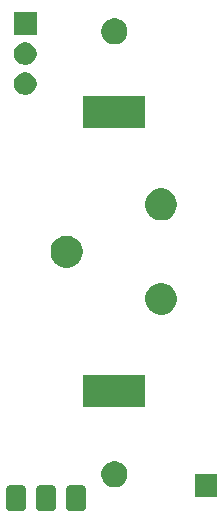
<source format=gbr>
G04 #@! TF.GenerationSoftware,KiCad,Pcbnew,(5.1.5)-3*
G04 #@! TF.CreationDate,2020-01-09T06:37:15+01:00*
G04 #@! TF.ProjectId,LoraTrigger,4c6f7261-5472-4696-9767-65722e6b6963,rev?*
G04 #@! TF.SameCoordinates,Original*
G04 #@! TF.FileFunction,Soldermask,Bot*
G04 #@! TF.FilePolarity,Negative*
%FSLAX46Y46*%
G04 Gerber Fmt 4.6, Leading zero omitted, Abs format (unit mm)*
G04 Created by KiCad (PCBNEW (5.1.5)-3) date 2020-01-09 06:37:15*
%MOMM*%
%LPD*%
G04 APERTURE LIST*
%ADD10C,0.100000*%
G04 APERTURE END LIST*
D10*
G36*
X103177988Y-80459923D02*
G01*
X103252980Y-80482671D01*
X103322093Y-80519614D01*
X103382671Y-80569329D01*
X103432386Y-80629907D01*
X103469329Y-80699020D01*
X103492077Y-80774012D01*
X103500000Y-80854454D01*
X103500000Y-82249546D01*
X103492077Y-82329988D01*
X103469329Y-82404980D01*
X103432386Y-82474093D01*
X103382671Y-82534671D01*
X103322093Y-82584386D01*
X103252980Y-82621329D01*
X103177988Y-82644077D01*
X103097546Y-82652000D01*
X102202454Y-82652000D01*
X102122012Y-82644077D01*
X102047020Y-82621329D01*
X101977907Y-82584386D01*
X101917329Y-82534671D01*
X101867614Y-82474093D01*
X101830671Y-82404980D01*
X101807923Y-82329988D01*
X101800000Y-82249546D01*
X101800000Y-80854454D01*
X101807923Y-80774012D01*
X101830671Y-80699020D01*
X101867614Y-80629907D01*
X101917329Y-80569329D01*
X101977907Y-80519614D01*
X102047020Y-80482671D01*
X102122012Y-80459923D01*
X102202454Y-80452000D01*
X103097546Y-80452000D01*
X103177988Y-80459923D01*
G37*
G36*
X100637988Y-80459923D02*
G01*
X100712980Y-80482671D01*
X100782093Y-80519614D01*
X100842671Y-80569329D01*
X100892386Y-80629907D01*
X100929329Y-80699020D01*
X100952077Y-80774012D01*
X100960000Y-80854454D01*
X100960000Y-82249546D01*
X100952077Y-82329988D01*
X100929329Y-82404980D01*
X100892386Y-82474093D01*
X100842671Y-82534671D01*
X100782093Y-82584386D01*
X100712980Y-82621329D01*
X100637988Y-82644077D01*
X100557546Y-82652000D01*
X99662454Y-82652000D01*
X99582012Y-82644077D01*
X99507020Y-82621329D01*
X99437907Y-82584386D01*
X99377329Y-82534671D01*
X99327614Y-82474093D01*
X99290671Y-82404980D01*
X99267923Y-82329988D01*
X99260000Y-82249546D01*
X99260000Y-80854454D01*
X99267923Y-80774012D01*
X99290671Y-80699020D01*
X99327614Y-80629907D01*
X99377329Y-80569329D01*
X99437907Y-80519614D01*
X99507020Y-80482671D01*
X99582012Y-80459923D01*
X99662454Y-80452000D01*
X100557546Y-80452000D01*
X100637988Y-80459923D01*
G37*
G36*
X105717988Y-80459923D02*
G01*
X105792980Y-80482671D01*
X105862093Y-80519614D01*
X105922671Y-80569329D01*
X105972386Y-80629907D01*
X106009329Y-80699020D01*
X106032077Y-80774012D01*
X106040000Y-80854454D01*
X106040000Y-82249546D01*
X106032077Y-82329988D01*
X106009329Y-82404980D01*
X105972386Y-82474093D01*
X105922671Y-82534671D01*
X105862093Y-82584386D01*
X105792980Y-82621329D01*
X105717988Y-82644077D01*
X105637546Y-82652000D01*
X104742454Y-82652000D01*
X104662012Y-82644077D01*
X104587020Y-82621329D01*
X104517907Y-82584386D01*
X104457329Y-82534671D01*
X104407614Y-82474093D01*
X104370671Y-82404980D01*
X104347923Y-82329988D01*
X104340000Y-82249546D01*
X104340000Y-80854454D01*
X104347923Y-80774012D01*
X104370671Y-80699020D01*
X104407614Y-80629907D01*
X104457329Y-80569329D01*
X104517907Y-80519614D01*
X104587020Y-80482671D01*
X104662012Y-80459923D01*
X104742454Y-80452000D01*
X105637546Y-80452000D01*
X105717988Y-80459923D01*
G37*
G36*
X117155000Y-81468000D02*
G01*
X115255000Y-81468000D01*
X115255000Y-79568000D01*
X117155000Y-79568000D01*
X117155000Y-81468000D01*
G37*
G36*
X108770856Y-78492272D02*
G01*
X108971044Y-78575192D01*
X108971045Y-78575193D01*
X109151209Y-78695575D01*
X109304425Y-78848791D01*
X109304426Y-78848793D01*
X109424808Y-79028956D01*
X109507728Y-79229144D01*
X109550000Y-79441658D01*
X109550000Y-79658342D01*
X109507728Y-79870856D01*
X109424808Y-80071044D01*
X109424807Y-80071045D01*
X109304425Y-80251209D01*
X109151209Y-80404425D01*
X109080008Y-80452000D01*
X108971044Y-80524808D01*
X108770856Y-80607728D01*
X108558342Y-80650000D01*
X108341658Y-80650000D01*
X108129144Y-80607728D01*
X107928956Y-80524808D01*
X107819992Y-80452000D01*
X107748791Y-80404425D01*
X107595575Y-80251209D01*
X107475193Y-80071045D01*
X107475192Y-80071044D01*
X107392272Y-79870856D01*
X107350000Y-79658342D01*
X107350000Y-79441658D01*
X107392272Y-79229144D01*
X107475192Y-79028956D01*
X107595574Y-78848793D01*
X107595575Y-78848791D01*
X107748791Y-78695575D01*
X107928955Y-78575193D01*
X107928956Y-78575192D01*
X108129144Y-78492272D01*
X108341658Y-78450000D01*
X108558342Y-78450000D01*
X108770856Y-78492272D01*
G37*
G36*
X111050000Y-73850000D02*
G01*
X105750000Y-73850000D01*
X105750000Y-71150000D01*
X111050000Y-71150000D01*
X111050000Y-73850000D01*
G37*
G36*
X112793779Y-63401879D02*
G01*
X113039463Y-63503645D01*
X113039465Y-63503646D01*
X113260575Y-63651387D01*
X113448613Y-63839425D01*
X113448614Y-63839427D01*
X113596355Y-64060537D01*
X113698121Y-64306221D01*
X113750000Y-64567035D01*
X113750000Y-64832965D01*
X113698121Y-65093779D01*
X113596355Y-65339463D01*
X113596354Y-65339465D01*
X113448613Y-65560575D01*
X113260575Y-65748613D01*
X113039465Y-65896354D01*
X113039464Y-65896355D01*
X113039463Y-65896355D01*
X112793779Y-65998121D01*
X112532965Y-66050000D01*
X112267035Y-66050000D01*
X112006221Y-65998121D01*
X111760537Y-65896355D01*
X111760536Y-65896355D01*
X111760535Y-65896354D01*
X111539425Y-65748613D01*
X111351387Y-65560575D01*
X111203646Y-65339465D01*
X111203645Y-65339463D01*
X111101879Y-65093779D01*
X111050000Y-64832965D01*
X111050000Y-64567035D01*
X111101879Y-64306221D01*
X111203645Y-64060537D01*
X111351386Y-63839427D01*
X111351387Y-63839425D01*
X111539425Y-63651387D01*
X111760535Y-63503646D01*
X111760537Y-63503645D01*
X112006221Y-63401879D01*
X112267035Y-63350000D01*
X112532965Y-63350000D01*
X112793779Y-63401879D01*
G37*
G36*
X104793779Y-59401879D02*
G01*
X105039463Y-59503645D01*
X105039465Y-59503646D01*
X105260575Y-59651387D01*
X105448613Y-59839425D01*
X105448614Y-59839427D01*
X105596355Y-60060537D01*
X105698121Y-60306221D01*
X105750000Y-60567035D01*
X105750000Y-60832965D01*
X105698121Y-61093779D01*
X105596355Y-61339463D01*
X105596354Y-61339465D01*
X105448613Y-61560575D01*
X105260575Y-61748613D01*
X105039465Y-61896354D01*
X105039464Y-61896355D01*
X105039463Y-61896355D01*
X104793779Y-61998121D01*
X104532965Y-62050000D01*
X104267035Y-62050000D01*
X104006221Y-61998121D01*
X103760537Y-61896355D01*
X103760536Y-61896355D01*
X103760535Y-61896354D01*
X103539425Y-61748613D01*
X103351387Y-61560575D01*
X103203646Y-61339465D01*
X103203645Y-61339463D01*
X103101879Y-61093779D01*
X103050000Y-60832965D01*
X103050000Y-60567035D01*
X103101879Y-60306221D01*
X103203645Y-60060537D01*
X103351386Y-59839427D01*
X103351387Y-59839425D01*
X103539425Y-59651387D01*
X103760535Y-59503646D01*
X103760537Y-59503645D01*
X104006221Y-59401879D01*
X104267035Y-59350000D01*
X104532965Y-59350000D01*
X104793779Y-59401879D01*
G37*
G36*
X112793779Y-55401879D02*
G01*
X113039463Y-55503645D01*
X113039465Y-55503646D01*
X113260575Y-55651387D01*
X113448613Y-55839425D01*
X113448614Y-55839427D01*
X113596355Y-56060537D01*
X113698121Y-56306221D01*
X113750000Y-56567035D01*
X113750000Y-56832965D01*
X113698121Y-57093779D01*
X113596355Y-57339463D01*
X113596354Y-57339465D01*
X113448613Y-57560575D01*
X113260575Y-57748613D01*
X113039465Y-57896354D01*
X113039464Y-57896355D01*
X113039463Y-57896355D01*
X112793779Y-57998121D01*
X112532965Y-58050000D01*
X112267035Y-58050000D01*
X112006221Y-57998121D01*
X111760537Y-57896355D01*
X111760536Y-57896355D01*
X111760535Y-57896354D01*
X111539425Y-57748613D01*
X111351387Y-57560575D01*
X111203646Y-57339465D01*
X111203645Y-57339463D01*
X111101879Y-57093779D01*
X111050000Y-56832965D01*
X111050000Y-56567035D01*
X111101879Y-56306221D01*
X111203645Y-56060537D01*
X111351386Y-55839427D01*
X111351387Y-55839425D01*
X111539425Y-55651387D01*
X111760535Y-55503646D01*
X111760537Y-55503645D01*
X112006221Y-55401879D01*
X112267035Y-55350000D01*
X112532965Y-55350000D01*
X112793779Y-55401879D01*
G37*
G36*
X111050000Y-50250000D02*
G01*
X105750000Y-50250000D01*
X105750000Y-47550000D01*
X111050000Y-47550000D01*
X111050000Y-50250000D01*
G37*
G36*
X101177103Y-45566507D02*
G01*
X101177106Y-45566508D01*
X101177105Y-45566508D01*
X101349994Y-45638121D01*
X101505590Y-45742087D01*
X101637913Y-45874410D01*
X101637914Y-45874412D01*
X101741880Y-46030008D01*
X101813493Y-46202897D01*
X101850000Y-46386432D01*
X101850000Y-46573568D01*
X101813493Y-46757103D01*
X101813492Y-46757105D01*
X101741879Y-46929994D01*
X101637913Y-47085590D01*
X101505590Y-47217913D01*
X101349994Y-47321879D01*
X101349993Y-47321880D01*
X101349992Y-47321880D01*
X101177103Y-47393493D01*
X100993568Y-47430000D01*
X100806432Y-47430000D01*
X100622897Y-47393493D01*
X100450008Y-47321880D01*
X100450007Y-47321880D01*
X100450006Y-47321879D01*
X100294410Y-47217913D01*
X100162087Y-47085590D01*
X100058121Y-46929994D01*
X99986508Y-46757105D01*
X99986507Y-46757103D01*
X99950000Y-46573568D01*
X99950000Y-46386432D01*
X99986507Y-46202897D01*
X100058120Y-46030008D01*
X100162086Y-45874412D01*
X100162087Y-45874410D01*
X100294410Y-45742087D01*
X100450006Y-45638121D01*
X100622895Y-45566508D01*
X100622894Y-45566508D01*
X100622897Y-45566507D01*
X100806432Y-45530000D01*
X100993568Y-45530000D01*
X101177103Y-45566507D01*
G37*
G36*
X101177103Y-43026507D02*
G01*
X101177106Y-43026508D01*
X101177105Y-43026508D01*
X101349994Y-43098121D01*
X101505590Y-43202087D01*
X101637913Y-43334410D01*
X101637914Y-43334412D01*
X101741880Y-43490008D01*
X101813493Y-43662897D01*
X101850000Y-43846432D01*
X101850000Y-44033568D01*
X101813493Y-44217103D01*
X101813492Y-44217105D01*
X101741879Y-44389994D01*
X101637913Y-44545590D01*
X101505590Y-44677913D01*
X101349994Y-44781879D01*
X101349993Y-44781880D01*
X101349992Y-44781880D01*
X101177103Y-44853493D01*
X100993568Y-44890000D01*
X100806432Y-44890000D01*
X100622897Y-44853493D01*
X100450008Y-44781880D01*
X100450007Y-44781880D01*
X100450006Y-44781879D01*
X100294410Y-44677913D01*
X100162087Y-44545590D01*
X100058121Y-44389994D01*
X99986508Y-44217105D01*
X99986507Y-44217103D01*
X99950000Y-44033568D01*
X99950000Y-43846432D01*
X99986507Y-43662897D01*
X100058120Y-43490008D01*
X100162086Y-43334412D01*
X100162087Y-43334410D01*
X100294410Y-43202087D01*
X100450006Y-43098121D01*
X100622895Y-43026508D01*
X100622894Y-43026508D01*
X100622897Y-43026507D01*
X100806432Y-42990000D01*
X100993568Y-42990000D01*
X101177103Y-43026507D01*
G37*
G36*
X108770856Y-40992272D02*
G01*
X108971044Y-41075192D01*
X108971045Y-41075193D01*
X109151209Y-41195575D01*
X109304425Y-41348791D01*
X109304426Y-41348793D01*
X109424808Y-41528956D01*
X109507728Y-41729144D01*
X109550000Y-41941658D01*
X109550000Y-42158342D01*
X109507728Y-42370856D01*
X109424808Y-42571044D01*
X109424807Y-42571045D01*
X109304425Y-42751209D01*
X109151209Y-42904425D01*
X109060513Y-42965026D01*
X108971044Y-43024808D01*
X108770856Y-43107728D01*
X108558342Y-43150000D01*
X108341658Y-43150000D01*
X108129144Y-43107728D01*
X107928956Y-43024808D01*
X107839487Y-42965026D01*
X107748791Y-42904425D01*
X107595575Y-42751209D01*
X107475193Y-42571045D01*
X107475192Y-42571044D01*
X107392272Y-42370856D01*
X107350000Y-42158342D01*
X107350000Y-41941658D01*
X107392272Y-41729144D01*
X107475192Y-41528956D01*
X107595574Y-41348793D01*
X107595575Y-41348791D01*
X107748791Y-41195575D01*
X107928955Y-41075193D01*
X107928956Y-41075192D01*
X108129144Y-40992272D01*
X108341658Y-40950000D01*
X108558342Y-40950000D01*
X108770856Y-40992272D01*
G37*
G36*
X101850000Y-42350000D02*
G01*
X99950000Y-42350000D01*
X99950000Y-40450000D01*
X101850000Y-40450000D01*
X101850000Y-42350000D01*
G37*
M02*

</source>
